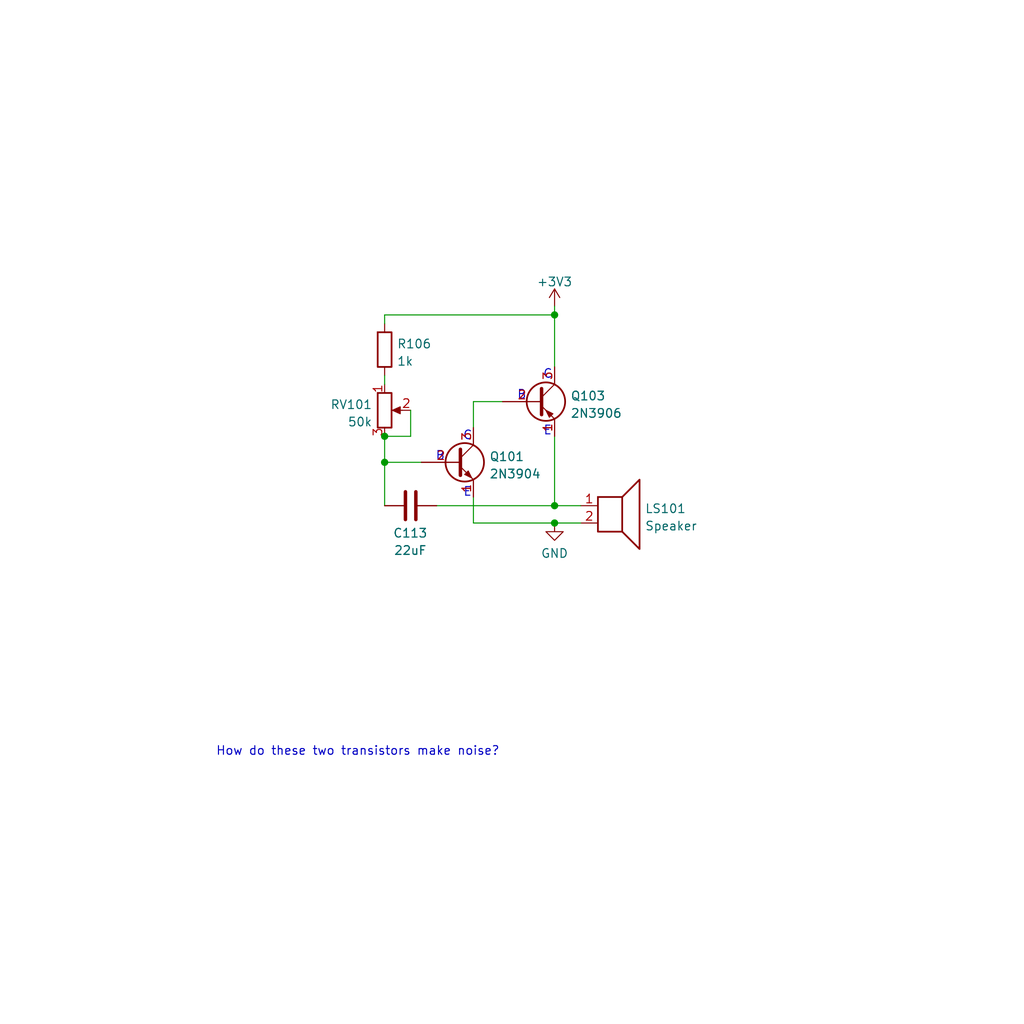
<source format=kicad_sch>
(kicad_sch (version 20211123) (generator eeschema)
  (paper "User" 150.012 150.012)
  (lib_symbols
    (symbol "Device:C" (pin_numbers hide) (pin_names (offset 0.254))
      (property "Reference" "C" (at 0.635 2.54 0))
      (property "Value" "C" (at 0.635 -2.54 0))
      (symbol "C_0_1"
        (polyline (pts (xy -2.032 -0.762) (xy 2.032 -0.762)) (stroke (width 0.508)))
        (polyline (pts (xy -2.032 0.762) (xy 2.032 0.762)) (stroke (width 0.508)))
      )
      (symbol "C_1_1"
        (pin passive line (at 0 3.81 270) (length 2.794) (name "~") (number "1"))
        (pin passive line (at 0 -3.81 90) (length 2.794) (name "~") (number "2"))
      )
    )
    (symbol "Device:R" (pin_numbers hide) (pin_names (offset 0))
      (property "Reference" "R" (at 2.032 0 90))
      (property "Value" "R" (at 0 0 90))
      (symbol "R_0_1"
        (rectangle (start -1.016 -2.54) (end 1.016 2.54) (stroke (width 0.254)))
      )
      (symbol "R_1_1"
        (pin passive line (at 0 3.81 270) (length 1.27) (name "~") (number "1"))
        (pin passive line (at 0 -3.81 90) (length 1.27) (name "~") (number "2"))
      )
    )
    (symbol "Device:R_Potentiometer" (pin_names (offset 1.016) hide)
      (property "Reference" "RV" (at -4.445 0 90))
      (property "Value" "R_Potentiometer" (at -2.54 0 90))
      (symbol "R_Potentiometer_0_1"
        (polyline (pts (xy 2.54 0) (xy 1.524 0)))
        (polyline (pts (xy 1.143 0) (xy 2.286 0.508) (xy 2.286 -0.508) (xy 1.143 0)) (fill (type outline)))
        (rectangle (start 1.016 2.54) (end -1.016 -2.54) (stroke (width 0.254)))
      )
      (symbol "R_Potentiometer_1_1"
        (pin passive line (at 0 3.81 270) (length 1.27) (name "1") (number "1"))
        (pin passive line (at 3.81 0 180) (length 1.27) (name "2") (number "2"))
        (pin passive line (at 0 -3.81 90) (length 1.27) (name "3") (number "3"))
      )
    )
    (symbol "Device:Speaker" (pin_names (offset 0) hide)
      (property "Reference" "LS" (at 1.27 5.715 0))
      (property "Value" "Speaker" (at 1.27 3.81 0))
      (symbol "Speaker_0_0"
        (rectangle (start -2.54 1.27) (end 1.016 -3.81) (stroke (width 0.254)))
        (polyline (pts (xy 1.016 1.27) (xy 3.556 3.81) (xy 3.556 -6.35) (xy 1.016 -3.81)) (stroke (width 0.254)))
      )
      (symbol "Speaker_1_1"
        (pin input line (at -5.08 0 0) (length 2.54) (name "1") (number "1"))
        (pin input line (at -5.08 -2.54 0) (length 2.54) (name "2") (number "2"))
      )
    )
    (symbol "Transistor_BJT:2N3904" (pin_names (offset 0) hide)
      (property "Reference" "Q" (at 5.08 1.905 0))
      (property "Value" "2N3904" (at 5.08 0 0))
      (symbol "2N3904_0_1"
        (polyline (pts (xy 0.635 0.635) (xy 2.54 2.54)))
        (polyline (pts (xy 0.635 -0.635) (xy 2.54 -2.54) (xy 2.54 -2.54)))
        (polyline (pts (xy 0.635 1.905) (xy 0.635 -1.905) (xy 0.635 -1.905)) (stroke (width 0.508)))
        (polyline (pts (xy 1.27 -1.778) (xy 1.778 -1.27) (xy 2.286 -2.286) (xy 1.27 -1.778) (xy 1.27 -1.778)) (fill (type outline)))
        (circle (center 1.27 0) (radius 2.8194) (stroke (width 0.254)))
      )
      (symbol "2N3904_1_1"
        (pin passive line (at 2.54 -5.08 90) (length 2.54) (name "E") (number "1"))
        (pin passive line (at -5.08 0 0) (length 5.715) (name "B") (number "2"))
        (pin passive line (at 2.54 5.08 270) (length 2.54) (name "C") (number "3"))
      )
    )
    (symbol "Transistor_BJT:2N3906" (pin_names (offset 0) hide)
      (property "Reference" "Q" (at 5.08 1.905 0))
      (property "Value" "2N3906" (at 5.08 0 0))
      (symbol "2N3906_0_1"
        (polyline (pts (xy 0.635 0.635) (xy 2.54 2.54)))
        (polyline (pts (xy 0.635 -0.635) (xy 2.54 -2.54) (xy 2.54 -2.54)))
        (polyline (pts (xy 0.635 1.905) (xy 0.635 -1.905) (xy 0.635 -1.905)) (stroke (width 0.508)))
        (polyline (pts (xy 2.286 -1.778) (xy 1.778 -2.286) (xy 1.27 -1.27) (xy 2.286 -1.778) (xy 2.286 -1.778)) (fill (type outline)))
        (circle (center 1.27 0) (radius 2.8194) (stroke (width 0.254)))
      )
      (symbol "2N3906_1_1"
        (pin passive line (at 2.54 -5.08 90) (length 2.54) (name "E") (number "1"))
        (pin input line (at -5.08 0 0) (length 5.715) (name "B") (number "2"))
        (pin passive line (at 2.54 5.08 270) (length 2.54) (name "C") (number "3"))
      )
    )
    (symbol "power:+3V3" (power) (pin_names (offset 0))
      (property "Value" "+3V3" (at 0 3.556 0))
      (symbol "+3V3_0_1"
        (polyline (pts (xy -0.762 1.27) (xy 0 2.54)))
        (polyline (pts (xy 0 0) (xy 0 2.54)))
        (polyline (pts (xy 0 2.54) (xy 0.762 1.27)))
      )
      (symbol "+3V3_1_1"
        (pin power_in line (at 0 0 90) (length 0) hide (name "+3V3") (number "1"))
      )
    )
    (symbol "power:GND" (power) (pin_names (offset 0))
      (property "Value" "GND" (at 0 -3.81 0))
      (symbol "GND_0_1"
        (polyline (pts (xy 0 0) (xy 0 -1.27) (xy 1.27 -1.27) (xy 0 -2.54) (xy -1.27 -1.27) (xy 0 -1.27)))
      )
      (symbol "GND_1_1"
        (pin power_in line (at 0 0 270) (length 0) hide (name "GND") (number "1"))
      )
    )
  )
  (junction (at 81.2292 74.0664))
  (junction (at 81.2292 46.1264))
  (junction (at 56.3372 63.9064))
  (junction (at 81.2292 76.6064))
  (junction (at 56.3372 67.7164))
  (wire (pts (xy 81.2292 53.7464) (xy 81.2292 46.1264)))
  (wire (pts (xy 69.342 62.6364) (xy 69.342 58.8264)))
  (wire (pts (xy 56.3372 63.9064) (xy 56.3372 67.7164)))
  (wire (pts (xy 81.2292 74.0664) (xy 85.0392 74.0664)))
  (wire (pts (xy 69.342 58.8264) (xy 73.6092 58.8264)))
  (wire (pts (xy 60.1472 63.9064) (xy 56.3372 63.9064)))
  (wire (pts (xy 81.2292 76.6064) (xy 85.0392 76.6064)))
  (wire (pts (xy 81.2292 63.9064) (xy 81.2292 74.0664)))
  (wire (pts (xy 56.3372 67.7164) (xy 56.3372 74.0664)))
  (wire (pts (xy 56.3372 55.0164) (xy 56.3372 56.2864)))
  (wire (pts (xy 56.3372 67.7164) (xy 61.722 67.7164)))
  (wire (pts (xy 56.3372 46.1264) (xy 81.2292 46.1264)))
  (wire (pts (xy 69.342 76.6064) (xy 69.342 72.7964)))
  (wire (pts (xy 81.2292 44.8564) (xy 81.2292 46.1264)))
  (wire (pts (xy 69.342 76.6064) (xy 81.2292 76.6064)))
  (wire (pts (xy 60.1472 60.0964) (xy 60.1472 63.9064)))
  (wire (pts (xy 56.3372 46.1264) (xy 56.3372 47.3964)))
  (wire (pts (xy 63.9572 74.0664) (xy 81.2292 74.0664)))
  (text "C" (at 79.502 55.6768 0) (effects (font (size 1.27 1.27)) (justify left bottom)))
  (text "How do these two transistors make noise?" (at 31.5976 110.8964 0) (effects (font (size 1.27 1.27)) (justify left bottom)))
  (text "B" (at 75.692 58.7248 0) (effects (font (size 1.27 1.27)) (justify left bottom)))
  (text "E" (at 79.5528 63.9572 0) (effects (font (size 1.27 1.27)) (justify left bottom)))
  (text "B" (at 63.754 67.6656 0) (effects (font (size 1.27 1.27)) (justify left bottom)))
  (text "E" (at 67.818 72.9488 0) (effects (font (size 1.27 1.27)) (justify left bottom)))
  (text "C" (at 67.7672 64.6684 0) (effects (font (size 1.27 1.27)) (justify left bottom)))
  (symbol (lib_id "power:GND") (at 81.2292 76.6064 0) (unit 1)
    (property "Reference" "#PWR014" (effects hide))
    (property "Value" "~" (at 81.2292 81.0498 0))
  )
  (symbol (lib_id "Transistor_BJT:2N3906") (at 78.6892 58.8264 0) (unit 1)
    (property "Reference" "Q103" (at 83.5406 57.9917 0) (effects (justify left)))
    (property "Value" "2N3906" (at 83.5406 60.5286 0) (effects (justify left)))
    (property "Footprint" "Package_TO_SOT_THT:TO-92_Inline" (effects hide))
    (property "Datasheet" "https://www.onsemi.com/pub/Collateral/2N3906-D.PDF" (effects hide))
  )
  (symbol (lib_id "Device:Speaker") (at 90.1192 74.0664 0) (unit 1)
    (property "Reference" "LS101" (at 94.4372 74.5017 0) (effects (justify left)))
    (property "Value" "Speaker" (at 94.4372 77.0386 0) (effects (justify left)))
  )
  (symbol (lib_id "Device:C") (at 60.1472 74.0664 270) (unit 1)
    (property "Reference" "C113" (at 60.0964 78.0827 90))
    (property "Value" "22uF" (at 60.0964 80.6196 90))
  )
  (symbol (lib_id "Device:R") (at 56.3372 51.2064 0) (unit 1)
    (property "Reference" "R106" (at 58.1152 50.3717 0) (effects (justify left)))
    (property "Value" "1k" (at 58.1152 52.9086 0) (effects (justify left)))
  )
  (symbol (lib_id "Device:R_Potentiometer") (at 56.3372 60.0964 0) (unit 1)
    (property "Reference" "RV101" (at 54.5593 59.2617 0) (effects (justify right)))
    (property "Value" "50k" (at 54.5593 61.7986 0) (effects (justify right)))
  )
  (symbol (lib_id "Transistor_BJT:2N3904") (at 66.802 67.7164 0) (unit 1)
    (property "Reference" "Q101" (at 71.6534 66.8817 0) (effects (justify left)))
    (property "Value" "2N3904" (at 71.6534 69.4186 0) (effects (justify left)))
    (property "Footprint" "Package_TO_SOT_THT:TO-92_Inline" (effects hide))
    (property "Datasheet" "https://www.onsemi.com/pub/Collateral/2N3903-D.PDF" (effects hide))
  )
  (symbol (lib_id "power:+3V3") (at 81.2292 44.8564 0) (unit 1)
    (property "Reference" "#PWR?" (effects hide))
    (property "Value" "+3V3" (at 81.2292 41.2806 0))
  )
)
</source>
